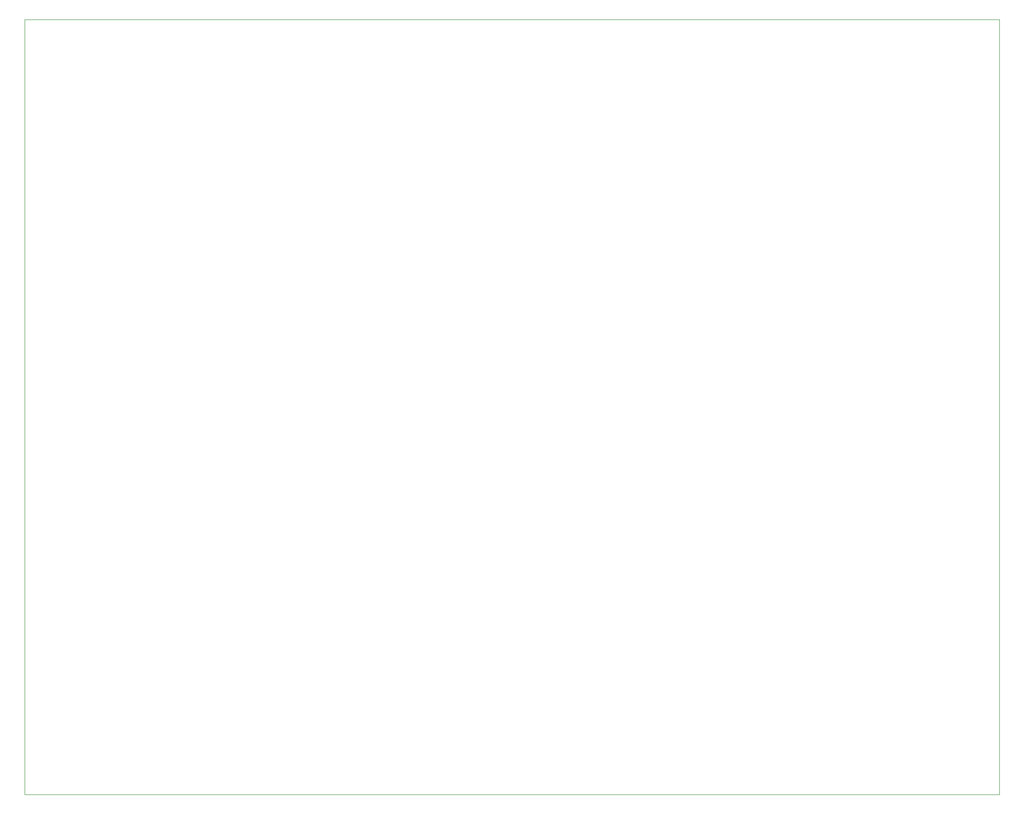
<source format=gbr>
%TF.GenerationSoftware,KiCad,Pcbnew,(5.1.9-0-10_14)*%
%TF.CreationDate,2021-04-21T01:18:25-04:00*%
%TF.ProjectId,ALU,414c552e-6b69-4636-9164-5f7063625858,rev?*%
%TF.SameCoordinates,Original*%
%TF.FileFunction,Profile,NP*%
%FSLAX46Y46*%
G04 Gerber Fmt 4.6, Leading zero omitted, Abs format (unit mm)*
G04 Created by KiCad (PCBNEW (5.1.9-0-10_14)) date 2021-04-21 01:18:25*
%MOMM*%
%LPD*%
G01*
G04 APERTURE LIST*
%TA.AperFunction,Profile*%
%ADD10C,0.120000*%
%TD*%
G04 APERTURE END LIST*
D10*
X35814000Y-159448500D02*
X35814000Y-18161000D01*
X213360000Y-159448500D02*
X35814000Y-159448500D01*
X213360000Y-18161000D02*
X213360000Y-159448500D01*
X35814000Y-18161000D02*
X213360000Y-18161000D01*
M02*

</source>
